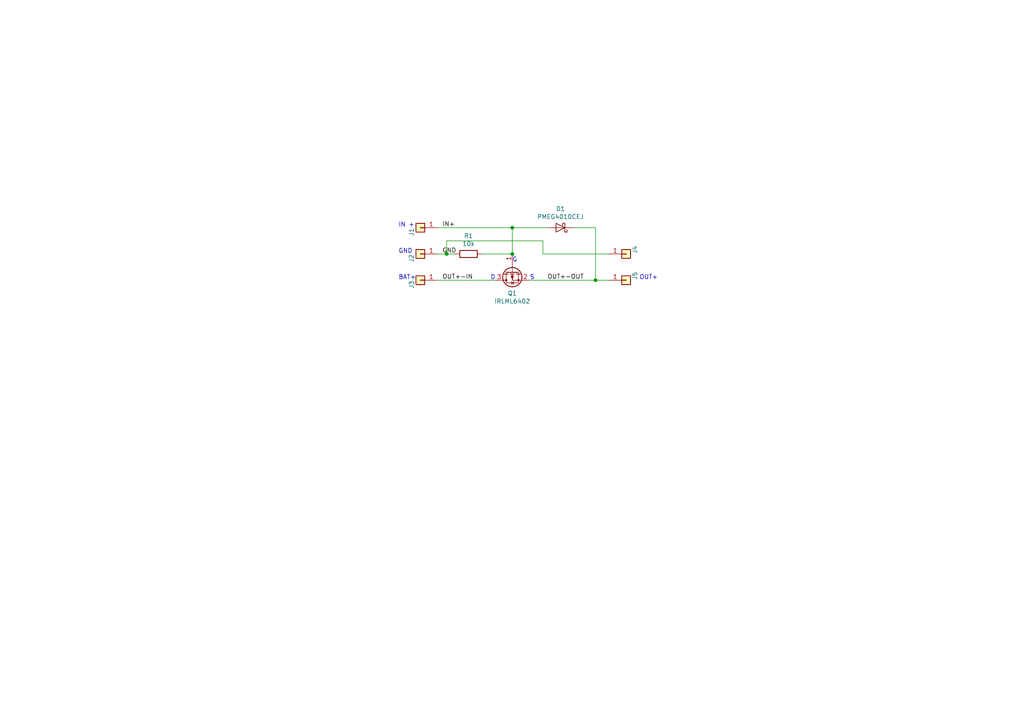
<source format=kicad_sch>
(kicad_sch (version 20211123) (generator eeschema)
  (paper "A4")
  (title_block (rev "1") (comment 1 "Designed for AISLER 2-Layer Service"))
  (lib_symbols
    (symbol "Connector_Generic:Conn_01x01" (pin_names (offset 1.016) hide)
      (property "Reference" "J" (at 0 2.54 0))
      (property "Value" "Conn_01x01" (at 0 -2.54 0))
      (symbol "Conn_01x01_1_1"
        (rectangle (start -1.27 0.127) (end 0 -0.127) (stroke (width 0.1524)))
        (rectangle (start -1.27 1.27) (end 1.27 -1.27) (stroke (width 0.254)) (fill (type background)))
        (pin passive line (at -5.08 0 0) (length 3.81) (name "Pin_1") (number "1"))
      )
    )
    (symbol "Device:R" (pin_numbers hide) (pin_names (offset 0))
      (property "Reference" "R" (at 2.032 0 90))
      (property "Value" "R" (at 0 0 90))
      (symbol "R_0_1"
        (rectangle (start -1.016 -2.54) (end 1.016 2.54) (stroke (width 0.254)))
      )
      (symbol "R_1_1"
        (pin passive line (at 0 3.81 270) (length 1.27) (name "~") (number "1"))
        (pin passive line (at 0 -3.81 90) (length 1.27) (name "~") (number "2"))
      )
    )
    (symbol "Diode:PMEG4010CEJ" (pin_numbers hide) (pin_names hide)
      (property "Reference" "D" (at 0 2.54 0))
      (property "Value" "PMEG4010CEJ" (at 0 -2.54 0))
      (symbol "PMEG4010CEJ_0_1"
        (polyline (pts (xy 1.27 0) (xy -1.27 0)))
        (polyline (pts (xy 1.27 1.27) (xy 1.27 -1.27) (xy -1.27 0) (xy 1.27 1.27)) (stroke (width 0.2032)))
        (polyline (pts (xy -1.905 0.635) (xy -1.905 1.27) (xy -1.27 1.27) (xy -1.27 -1.27) (xy -0.635 -1.27) (xy -0.635 -0.635)) (stroke (width 0.2032)))
      )
      (symbol "PMEG4010CEJ_1_1"
        (pin passive line (at -3.81 0 0) (length 2.54) (name "K") (number "1"))
        (pin passive line (at 3.81 0 180) (length 2.54) (name "A") (number "2"))
      )
    )
    (symbol "Transistor_FET:IRLML6402" (pin_names hide)
      (property "Reference" "Q" (at 5.08 1.905 0))
      (property "Value" "IRLML6402" (at 5.08 0 0))
      (symbol "IRLML6402_0_1"
        (polyline (pts (xy 0.254 0) (xy -2.54 0)))
        (polyline (pts (xy 0.254 1.905) (xy 0.254 -1.905)) (stroke (width 0.254)))
        (polyline (pts (xy 0.762 -1.27) (xy 0.762 -2.286)) (stroke (width 0.254)))
        (polyline (pts (xy 0.762 0.508) (xy 0.762 -0.508)) (stroke (width 0.254)))
        (polyline (pts (xy 0.762 2.286) (xy 0.762 1.27)) (stroke (width 0.254)))
        (polyline (pts (xy 2.54 2.54) (xy 2.54 1.778)))
        (polyline (pts (xy 2.54 -2.54) (xy 2.54 0) (xy 0.762 0)))
        (polyline (pts (xy 0.762 1.778) (xy 3.302 1.778) (xy 3.302 -1.778) (xy 0.762 -1.778)))
        (polyline (pts (xy 2.286 0) (xy 1.27 0.381) (xy 1.27 -0.381) (xy 2.286 0)) (fill (type outline)))
        (polyline (pts (xy 2.794 -0.508) (xy 2.921 -0.381) (xy 3.683 -0.381) (xy 3.81 -0.254)))
        (polyline (pts (xy 3.302 -0.381) (xy 2.921 0.254) (xy 3.683 0.254) (xy 3.302 -0.381)))
        (circle (center 1.651 0) (radius 2.794) (stroke (width 0.254)))
        (circle (center 2.54 -1.778) (radius 0.254) (fill (type outline)))
        (circle (center 2.54 1.778) (radius 0.254) (fill (type outline)))
      )
      (symbol "IRLML6402_1_1"
        (pin input line (at -5.08 0 0) (length 2.54) (name "G") (number "1"))
        (pin passive line (at 2.54 -5.08 90) (length 2.54) (name "S") (number "2"))
        (pin passive line (at 2.54 5.08 270) (length 2.54) (name "D") (number "3"))
      )
    )
  )
  (junction (at 172.72 81.28))
  (junction (at 148.59 66.04))
  (junction (at 148.59 73.66))
  (junction (at 129.54 73.66))
  (wire (pts (xy 129.54 69.85) (xy 129.54 73.66)))
  (wire (pts (xy 127 73.66) (xy 129.54 73.66)))
  (wire (pts (xy 127 66.04) (xy 148.59 66.04)))
  (wire (pts (xy 166.37 66.04) (xy 172.72 66.04)))
  (wire (pts (xy 139.7 73.66) (xy 148.59 73.66)))
  (wire (pts (xy 127 81.28) (xy 143.51 81.28)))
  (wire (pts (xy 157.48 69.85) (xy 129.54 69.85)))
  (wire (pts (xy 129.54 73.66) (xy 132.08 73.66)))
  (wire (pts (xy 176.53 81.28) (xy 172.72 81.28)))
  (wire (pts (xy 148.59 66.04) (xy 148.59 73.66)))
  (wire (pts (xy 157.48 73.66) (xy 157.48 69.85)))
  (wire (pts (xy 176.53 73.66) (xy 157.48 73.66)))
  (wire (pts (xy 158.75 66.04) (xy 148.59 66.04)))
  (wire (pts (xy 153.67 81.28) (xy 172.72 81.28)))
  (wire (pts (xy 172.72 66.04) (xy 172.72 81.28)))
  (text "G" (at 148.59 76.2 0) (effects (font (size 1.27 1.27)) (justify left bottom)))
  (text "IN +" (at 115.57 66.04 0) (effects (font (size 1.27 1.27)) (justify left bottom)))
  (text "S" (at 153.67 81.28 0) (effects (font (size 1.27 1.27)) (justify left bottom)))
  (text "BAT+" (at 115.57 81.28 0) (effects (font (size 1.27 1.27)) (justify left bottom)))
  (text "OUT+" (at 185.42 81.28 0) (effects (font (size 1.27 1.27)) (justify left bottom)))
  (text "D" (at 142.24 81.28 0) (effects (font (size 1.27 1.27)) (justify left bottom)))
  (text "GND" (at 115.57 73.66 0) (effects (font (size 1.27 1.27)) (justify left bottom)))
  (label "IN+" (at 128.27 66.04 0))
  (label "GND" (at 128.27 73.66 0))
  (label "OUT+-IN" (at 128.27 81.28 0))
  (label "OUT+-OUT" (at 158.75 81.28 0))
  (symbol (lib_id "Device:R") (at 135.89 73.66 270) (unit 1)
    (property "Reference" "R1" (at 135.89 68.4022 90))
    (property "Value" "10k" (at 135.89 70.7136 90))
    (property "Footprint" "Resistor_SMD:R_1206_3216Metric_Pad1.30x1.75mm_HandSolder" (effects hide))
  )
  (symbol (lib_id "Transistor_FET:IRLML6402") (at 148.59 78.74 90) (mirror x) (unit 1)
    (property "Reference" "Q1" (at 148.59 85.0646 90))
    (property "Value" "IRLML6402" (at 148.59 87.376 90))
    (property "Footprint" "Package_TO_SOT_SMD:SOT-23" (effects hide))
    (property "Datasheet" "https://www.infineon.com/dgdl/irlml6402pbf.pdf?fileId=5546d462533600a401535668d5c2263c" (effects hide))
  )
  (symbol (lib_id "Diode:PMEG4010CEJ") (at 162.56 66.04 180) (unit 1)
    (property "Reference" "D1" (at 162.56 60.5536 0))
    (property "Value" "PMEG4010CEJ" (at 162.56 62.865 0))
    (property "Footprint" "Diode_SMD:D_SOD-323_HandSoldering" (effects hide))
    (property "Datasheet" "https://assets.nexperia.com/documents/data-sheet/PMEG4010CEH_PMEG4010CEJ.pdf" (effects hide))
  )
  (symbol (lib_id "Connector_Generic:Conn_01x01") (at 121.92 66.04 180) (unit 1)
    (property "Reference" "J1" (at 119.38 67.31 90))
    (property "Value" "Conn_01x01" (effects hide))
    (property "Footprint" "Connector_Wire:SolderWire-0.5sqmm_1x01_D0.9mm_OD2.3mm" (effects hide))
  )
  (symbol (lib_id "Connector_Generic:Conn_01x01") (at 121.92 73.66 180) (unit 1)
    (property "Reference" "J2" (at 119.38 74.93 90))
    (property "Value" "Conn_01x01" (effects hide))
    (property "Footprint" "Connector_Wire:SolderWire-0.5sqmm_1x01_D0.9mm_OD2.3mm" (effects hide))
  )
  (symbol (lib_id "Connector_Generic:Conn_01x01") (at 121.92 81.28 180) (unit 1)
    (property "Reference" "J3" (at 119.38 82.55 90))
    (property "Value" "Conn_01x01" (effects hide))
    (property "Footprint" "Connector_Wire:SolderWire-0.5sqmm_1x01_D0.9mm_OD2.3mm" (effects hide))
  )
  (symbol (lib_id "Connector_Generic:Conn_01x01") (at 181.61 73.66 0) (unit 1)
    (property "Reference" "J4" (at 184.15 72.39 90))
    (property "Value" "Conn_01x01" (effects hide))
    (property "Footprint" "Connector_Wire:SolderWire-0.5sqmm_1x01_D0.9mm_OD2.3mm" (effects hide))
  )
  (symbol (lib_id "Connector_Generic:Conn_01x01") (at 181.61 81.28 0) (unit 1)
    (property "Reference" "J5" (at 184.15 80.01 90))
    (property "Value" "Conn_01x01" (effects hide))
    (property "Footprint" "Connector_Wire:SolderWire-0.5sqmm_1x01_D0.9mm_OD2.3mm" (effects hide))
  )
)
</source>
